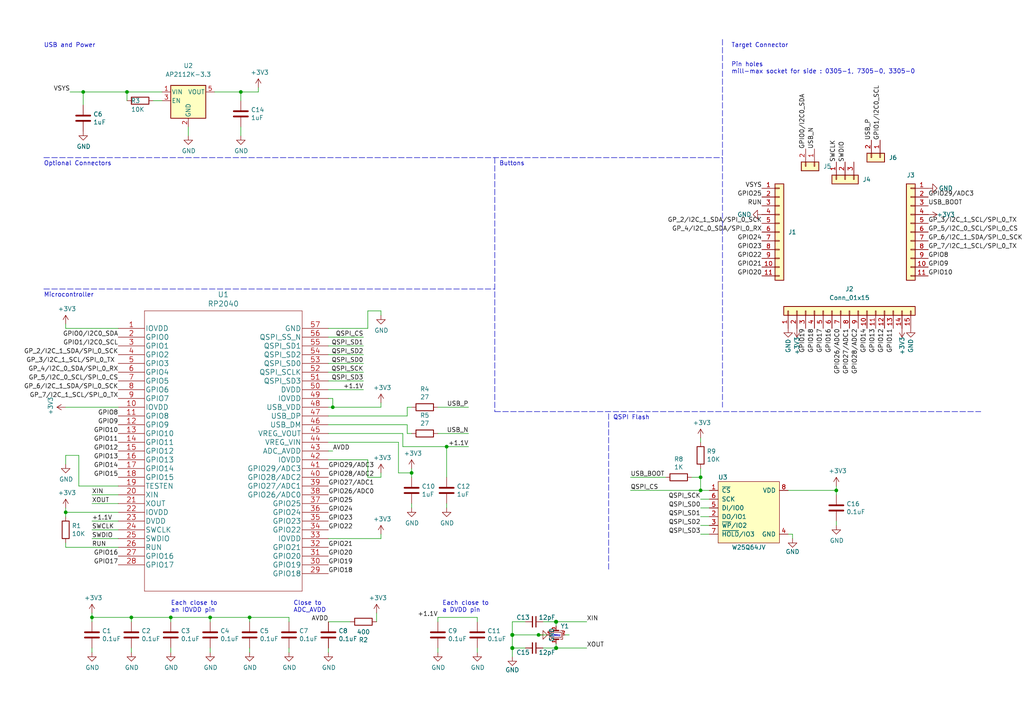
<source format=kicad_sch>
(kicad_sch (version 20211123) (generator eeschema)
  (paper "A4")
  (title_block (title "RP2040 Controller") (date "2023-04-03") (rev "v01") (comment 1 "Forked from http://github.com/ShawnHymel/rpi-pico-debugger-shoe") (comment 3 "License: CC BY 4.0 https://creativecommons.org/licenses/by/4.0/") (comment 4 "Author: Daehyeok Mun"))
  (lib_symbols
    (symbol "Connector_Generic:Conn_01x02" (pin_names (offset 1.016) hide)
      (property "Reference" "J" (at 0 2.54 0))
      (property "Value" "Conn_01x02" (at 0 -5.08 0))
      (symbol "Conn_01x02_1_1"
        (rectangle (start -1.27 -2.413) (end 0 -2.667) (stroke (width 0.1524)))
        (rectangle (start -1.27 0.127) (end 0 -0.127) (stroke (width 0.1524)))
        (rectangle (start -1.27 1.27) (end 1.27 -3.81) (stroke (width 0.254)) (fill (type background)))
        (pin passive line (at -5.08 0 0) (length 3.81) (name "Pin_1") (number "1"))
        (pin passive line (at -5.08 -2.54 0) (length 3.81) (name "Pin_2") (number "2"))
      )
    )
    (symbol "Connector_Generic:Conn_01x03" (pin_names (offset 1.016) hide)
      (property "Reference" "J" (at 0 5.08 0))
      (property "Value" "Conn_01x03" (at 0 -5.08 0))
      (symbol "Conn_01x03_1_1"
        (rectangle (start -1.27 -2.413) (end 0 -2.667) (stroke (width 0.1524)))
        (rectangle (start -1.27 0.127) (end 0 -0.127) (stroke (width 0.1524)))
        (rectangle (start -1.27 2.667) (end 0 2.413) (stroke (width 0.1524)))
        (rectangle (start -1.27 3.81) (end 1.27 -3.81) (stroke (width 0.254)) (fill (type background)))
        (pin passive line (at -5.08 2.54 0) (length 3.81) (name "Pin_1") (number "1"))
        (pin passive line (at -5.08 0 0) (length 3.81) (name "Pin_2") (number "2"))
        (pin passive line (at -5.08 -2.54 0) (length 3.81) (name "Pin_3") (number "3"))
      )
    )
    (symbol "Connector_Generic:Conn_01x11" (pin_names (offset 1.016) hide)
      (property "Reference" "J" (at 0 15.24 0))
      (property "Value" "Conn_01x11" (at 0 -15.24 0))
      (symbol "Conn_01x11_1_1"
        (rectangle (start -1.27 -12.573) (end 0 -12.827) (stroke (width 0.1524)))
        (rectangle (start -1.27 -10.033) (end 0 -10.287) (stroke (width 0.1524)))
        (rectangle (start -1.27 -7.493) (end 0 -7.747) (stroke (width 0.1524)))
        (rectangle (start -1.27 -4.953) (end 0 -5.207) (stroke (width 0.1524)))
        (rectangle (start -1.27 -2.413) (end 0 -2.667) (stroke (width 0.1524)))
        (rectangle (start -1.27 0.127) (end 0 -0.127) (stroke (width 0.1524)))
        (rectangle (start -1.27 2.667) (end 0 2.413) (stroke (width 0.1524)))
        (rectangle (start -1.27 5.207) (end 0 4.953) (stroke (width 0.1524)))
        (rectangle (start -1.27 7.747) (end 0 7.493) (stroke (width 0.1524)))
        (rectangle (start -1.27 10.287) (end 0 10.033) (stroke (width 0.1524)))
        (rectangle (start -1.27 12.827) (end 0 12.573) (stroke (width 0.1524)))
        (rectangle (start -1.27 13.97) (end 1.27 -13.97) (stroke (width 0.254)) (fill (type background)))
        (pin passive line (at -5.08 12.7 0) (length 3.81) (name "Pin_1") (number "1"))
        (pin passive line (at -5.08 -10.16 0) (length 3.81) (name "Pin_10") (number "10"))
        (pin passive line (at -5.08 -12.7 0) (length 3.81) (name "Pin_11") (number "11"))
        (pin passive line (at -5.08 10.16 0) (length 3.81) (name "Pin_2") (number "2"))
        (pin passive line (at -5.08 7.62 0) (length 3.81) (name "Pin_3") (number "3"))
        (pin passive line (at -5.08 5.08 0) (length 3.81) (name "Pin_4") (number "4"))
        (pin passive line (at -5.08 2.54 0) (length 3.81) (name "Pin_5") (number "5"))
        (pin passive line (at -5.08 0 0) (length 3.81) (name "Pin_6") (number "6"))
        (pin passive line (at -5.08 -2.54 0) (length 3.81) (name "Pin_7") (number "7"))
        (pin passive line (at -5.08 -5.08 0) (length 3.81) (name "Pin_8") (number "8"))
        (pin passive line (at -5.08 -7.62 0) (length 3.81) (name "Pin_9") (number "9"))
      )
    )
    (symbol "Connector_Generic:Conn_01x15" (pin_names (offset 1.016) hide)
      (property "Reference" "J" (at 0 20.32 0))
      (property "Value" "Conn_01x15" (at 0 -20.32 0))
      (symbol "Conn_01x15_1_1"
        (rectangle (start -1.27 -17.653) (end 0 -17.907) (stroke (width 0.1524)))
        (rectangle (start -1.27 -15.113) (end 0 -15.367) (stroke (width 0.1524)))
        (rectangle (start -1.27 -12.573) (end 0 -12.827) (stroke (width 0.1524)))
        (rectangle (start -1.27 -10.033) (end 0 -10.287) (stroke (width 0.1524)))
        (rectangle (start -1.27 -7.493) (end 0 -7.747) (stroke (width 0.1524)))
        (rectangle (start -1.27 -4.953) (end 0 -5.207) (stroke (width 0.1524)))
        (rectangle (start -1.27 -2.413) (end 0 -2.667) (stroke (width 0.1524)))
        (rectangle (start -1.27 0.127) (end 0 -0.127) (stroke (width 0.1524)))
        (rectangle (start -1.27 2.667) (end 0 2.413) (stroke (width 0.1524)))
        (rectangle (start -1.27 5.207) (end 0 4.953) (stroke (width 0.1524)))
        (rectangle (start -1.27 7.747) (end 0 7.493) (stroke (width 0.1524)))
        (rectangle (start -1.27 10.287) (end 0 10.033) (stroke (width 0.1524)))
        (rectangle (start -1.27 12.827) (end 0 12.573) (stroke (width 0.1524)))
        (rectangle (start -1.27 15.367) (end 0 15.113) (stroke (width 0.1524)))
        (rectangle (start -1.27 17.907) (end 0 17.653) (stroke (width 0.1524)))
        (rectangle (start -1.27 19.05) (end 1.27 -19.05) (stroke (width 0.254)) (fill (type background)))
        (pin passive line (at -5.08 17.78 0) (length 3.81) (name "Pin_1") (number "1"))
        (pin passive line (at -5.08 -5.08 0) (length 3.81) (name "Pin_10") (number "10"))
        (pin passive line (at -5.08 -7.62 0) (length 3.81) (name "Pin_11") (number "11"))
        (pin passive line (at -5.08 -10.16 0) (length 3.81) (name "Pin_12") (number "12"))
        (pin passive line (at -5.08 -12.7 0) (length 3.81) (name "Pin_13") (number "13"))
        (pin passive line (at -5.08 -15.24 0) (length 3.81) (name "Pin_14") (number "14"))
        (pin passive line (at -5.08 -17.78 0) (length 3.81) (name "Pin_15") (number "15"))
        (pin passive line (at -5.08 15.24 0) (length 3.81) (name "Pin_2") (number "2"))
        (pin passive line (at -5.08 12.7 0) (length 3.81) (name "Pin_3") (number "3"))
        (pin passive line (at -5.08 10.16 0) (length 3.81) (name "Pin_4") (number "4"))
        (pin passive line (at -5.08 7.62 0) (length 3.81) (name "Pin_5") (number "5"))
        (pin passive line (at -5.08 5.08 0) (length 3.81) (name "Pin_6") (number "6"))
        (pin passive line (at -5.08 2.54 0) (length 3.81) (name "Pin_7") (number "7"))
        (pin passive line (at -5.08 0 0) (length 3.81) (name "Pin_8") (number "8"))
        (pin passive line (at -5.08 -2.54 0) (length 3.81) (name "Pin_9") (number "9"))
      )
    )
    (symbol "Device:C" (pin_numbers hide) (pin_names (offset 0.254))
      (property "Reference" "C" (at 0.635 2.54 0))
      (property "Value" "C" (at 0.635 -2.54 0))
      (symbol "C_0_1"
        (polyline (pts (xy -2.032 -0.762) (xy 2.032 -0.762)) (stroke (width 0.508)))
        (polyline (pts (xy -2.032 0.762) (xy 2.032 0.762)) (stroke (width 0.508)))
      )
      (symbol "C_1_1"
        (pin passive line (at 0 3.81 270) (length 2.794) (name "~") (number "1"))
        (pin passive line (at 0 -3.81 90) (length 2.794) (name "~") (number "2"))
      )
    )
    (symbol "Device:C_Small" (pin_numbers hide) (pin_names (offset 0.254) hide)
      (property "Reference" "C" (at 0.254 1.778 0))
      (property "Value" "C_Small" (at 0.254 -2.032 0))
      (symbol "C_Small_0_1"
        (polyline (pts (xy -1.524 -0.508) (xy 1.524 -0.508)) (stroke (width 0.3302)))
        (polyline (pts (xy -1.524 0.508) (xy 1.524 0.508)) (stroke (width 0.3048)))
      )
      (symbol "C_Small_1_1"
        (pin passive line (at 0 2.54 270) (length 2.032) (name "~") (number "1"))
        (pin passive line (at 0 -2.54 90) (length 2.032) (name "~") (number "2"))
      )
    )
    (symbol "Device:Crystal_GND24_Small" (pin_names (offset 1.016) hide)
      (property "Reference" "Y" (at 1.27 4.445 0))
      (property "Value" "Crystal_GND24_Small" (at 1.27 2.54 0))
      (symbol "Crystal_GND24_Small_0_1"
        (rectangle (start -0.762 -1.524) (end 0.762 1.524))
        (polyline (pts (xy -1.27 -0.762) (xy -1.27 0.762)) (stroke (width 0.381)))
        (polyline (pts (xy 1.27 -0.762) (xy 1.27 0.762)) (stroke (width 0.381)))
        (polyline (pts (xy -1.27 -1.27) (xy -1.27 -1.905) (xy 1.27 -1.905) (xy 1.27 -1.27)))
        (polyline (pts (xy -1.27 1.27) (xy -1.27 1.905) (xy 1.27 1.905) (xy 1.27 1.27)))
      )
      (symbol "Crystal_GND24_Small_1_1"
        (pin passive line (at -2.54 0 0) (length 1.27) (name "1") (number "1"))
        (pin passive line (at 0 -2.54 90) (length 0.635) (name "2") (number "2"))
        (pin passive line (at 2.54 0 180) (length 1.27) (name "3") (number "3"))
        (pin passive line (at 0 2.54 270) (length 0.635) (name "4") (number "4"))
      )
    )
    (symbol "Device:R" (pin_numbers hide) (pin_names (offset 0))
      (property "Reference" "R" (at 2.032 0 90))
      (property "Value" "R" (at 0 0 90))
      (symbol "R_0_1"
        (rectangle (start -1.016 -2.54) (end 1.016 2.54) (stroke (width 0.254)))
      )
      (symbol "R_1_1"
        (pin passive line (at 0 3.81 270) (length 1.27) (name "~") (number "1"))
        (pin passive line (at 0 -3.81 90) (length 1.27) (name "~") (number "2"))
      )
    )
    (symbol "Memory_Flash_Extra:W25Q64JV" (pin_names (offset 1.016))
      (property "Reference" "U" (at 8.89 10.16 0))
      (property "Value" "W25Q64JV" (at 0 -10.16 0))
      (symbol "W25Q64JV_0_1"
        (rectangle (start -8.89 8.89) (end 8.89 -8.89) (fill (type background)))
      )
      (symbol "W25Q64JV_1_1"
        (pin input line (at 11.43 6.35 180) (length 2.54) (name "~{CS}") (number "1"))
        (pin bidirectional line (at 11.43 -1.27 180) (length 2.54) (name "DO/IO1") (number "2"))
        (pin bidirectional line (at 11.43 -3.81 180) (length 2.54) (name "~{WP}/IO2") (number "3"))
        (pin power_in line (at -11.43 -6.35 0) (length 2.54) (name "GND") (number "4"))
        (pin bidirectional line (at 11.43 1.27 180) (length 2.54) (name "DI/IO0") (number "5"))
        (pin input line (at 11.43 3.81 180) (length 2.54) (name "SCK") (number "6"))
        (pin bidirectional line (at 11.43 -6.35 180) (length 2.54) (name "~{HOLD}/IO3") (number "7"))
        (pin power_in line (at -11.43 6.35 0) (length 2.54) (name "VDD") (number "8"))
        (pin passive line (at -11.43 -6.35 0) (length 2.54) hide (name "GND") (number "9"))
      )
    )
    (symbol "Regulator_Linear:AP2112K-3.3" (pin_names (offset 0.254))
      (property "Reference" "U" (at -5.08 5.715 0))
      (property "Value" "AP2112K-3.3" (at 0 5.715 0))
      (symbol "AP2112K-3.3_0_1"
        (rectangle (start -5.08 4.445) (end 5.08 -5.08) (stroke (width 0.254)) (fill (type background)))
      )
      (symbol "AP2112K-3.3_1_1"
        (pin power_in line (at -7.62 2.54 0) (length 2.54) (name "VIN") (number "1"))
        (pin power_in line (at 0 -7.62 90) (length 2.54) (name "GND") (number "2"))
        (pin input line (at -7.62 0 0) (length 2.54) (name "EN") (number "3"))
        (pin no_connect line (at 5.08 0 180) (length 2.54) hide (name "NC") (number "4"))
        (pin power_out line (at 7.62 2.54 180) (length 2.54) (name "VOUT") (number "5"))
      )
    )
    (symbol "ec_parts:rp2040_controller" (pin_names (offset 1.016) hide)
      (property "Reference" "J3" (at 1.27 -26.67 90))
      (property "Value" "rp2040_controller" (at 1.27 -29.21 90))
      (symbol "rp2040_controller_1_1"
        (polyline (pts (xy -20.32 -20.32) (xy 22.86 -20.32)) (stroke (width 0.127)))
        (polyline (pts (xy -20.32 17.78) (xy -20.32 -20.32)) (stroke (width 0.127)))
        (polyline (pts (xy 22.86 -20.32) (xy 22.86 17.78)) (stroke (width 0.127)))
        (polyline (pts (xy 22.86 17.78) (xy -20.32 17.78)) (stroke (width 0.127)))
        (pin power_in line (at -27.94 11.43 0) (length 7.62) (name "IOVDD") (number "1"))
        (pin power_in line (at -27.94 -11.43 0) (length 7.62) (name "IOVDD") (number "10"))
        (pin bidirectional line (at -27.94 -13.97 0) (length 7.62) (name "GPIO8") (number "11"))
        (pin bidirectional line (at -16.51 -27.94 90) (length 7.62) (name "GPIO9") (number "12"))
        (pin bidirectional line (at -13.97 -27.94 90) (length 7.62) (name "GPIO10") (number "13"))
        (pin bidirectional line (at -11.43 -27.94 90) (length 7.62) (name "GPIO11") (number "14"))
        (pin bidirectional line (at -8.89 -27.94 90) (length 7.62) (name "GPIO12") (number "15"))
        (pin bidirectional line (at -6.35 -27.94 90) (length 7.62) (name "GPIO13") (number "16"))
        (pin bidirectional line (at -4.3137 -27.9575 90) (length 7.62) (name "GPIO14") (number "17"))
        (pin bidirectional line (at -1.7737 -27.9575 90) (length 7.62) (name "GPIO15") (number "18"))
        (pin unspecified line (at 0.7663 -27.9575 90) (length 7.62) (name "TESTEN") (number "19"))
        (pin bidirectional line (at -27.94 8.89 0) (length 7.62) (name "GPIO0") (number "2"))
        (pin unspecified line (at 3.3063 -27.9575 90) (length 7.62) (name "XIN") (number "20"))
        (pin output line (at 5.8463 -27.9575 90) (length 7.62) (name "XOUT") (number "21"))
        (pin power_in line (at 8.3863 -27.9575 90) (length 7.62) (name "IOVDD") (number "22"))
        (pin power_in line (at 10.9263 -27.9575 90) (length 7.62) (name "DVDD") (number "23"))
        (pin unspecified line (at 13.4663 -27.9575 90) (length 7.62) (name "SWCLK") (number "24"))
        (pin unspecified line (at 16.0063 -27.9575 90) (length 7.62) (name "SWDIO") (number "25"))
        (pin unspecified line (at 18.5463 -27.9575 90) (length 7.62) (name "RUN") (number "26"))
        (pin bidirectional line (at 30.48 -13.97 180) (length 7.62) (name "GPIO16") (number "27"))
        (pin bidirectional line (at 30.48 -11.43 180) (length 7.62) (name "GPIO17") (number "28"))
        (pin bidirectional line (at 30.48 -8.89 180) (length 7.62) (name "GPIO18") (number "29"))
        (pin bidirectional line (at -27.94 6.35 0) (length 7.62) (name "GPIO1") (number "3"))
        (pin bidirectional line (at 30.48 -6.35 180) (length 7.62) (name "GPIO19") (number "30"))
        (pin bidirectional line (at 30.48 -3.81 180) (length 7.62) (name "GPIO20") (number "31"))
        (pin bidirectional line (at 30.48 -1.27 180) (length 7.62) (name "GPIO21") (number "32"))
        (pin power_in line (at 30.48 1.27 180) (length 7.62) (name "IOVDD") (number "33"))
        (pin bidirectional line (at 30.48 3.81 180) (length 7.62) (name "GPIO22") (number "34"))
        (pin bidirectional line (at 30.48 6.35 180) (length 7.62) (name "GPIO23") (number "35"))
        (pin bidirectional line (at 30.48 8.89 180) (length 7.62) (name "GPIO24") (number "36"))
        (pin bidirectional line (at 30.48 11.43 180) (length 7.62) (name "GPIO25") (number "37"))
        (pin bidirectional line (at 19.05 25.4 270) (length 7.62) (name "GPIO26/ADC0") (number "38"))
        (pin bidirectional line (at 16.51 25.4 270) (length 7.62) (name "GPIO27/ADC1") (number "39"))
        (pin bidirectional line (at -27.94 3.81 0) (length 7.62) (name "GPIO2") (number "4"))
        (pin bidirectional line (at -8.89 25.4 270) (length 7.62) (name "GPIO28/ADC2") (number "40"))
        (pin bidirectional line (at -11.43 25.4 270) (length 7.62) (name "GPIO29/ADC3") (number "41"))
        (pin bidirectional line (at -27.94 1.27 0) (length 7.62) (name "GPIO3") (number "5"))
        (pin bidirectional line (at -27.94 -1.27 0) (length 7.62) (name "GPIO4") (number "6"))
        (pin bidirectional line (at -27.94 -3.81 0) (length 7.62) (name "GPIO5") (number "7"))
        (pin bidirectional line (at -27.94 -6.35 0) (length 7.62) (name "GPIO6") (number "8"))
        (pin bidirectional line (at -27.94 -8.89 0) (length 7.62) (name "GPIO7") (number "9"))
        (pin bidirectional line (at -1.27 25.4 270) (length 7.62) (name "SWC") (number "SWC"))
        (pin bidirectional line (at 1.27 25.4 270) (length 7.62) (name "SWDIO") (number "SWDIO"))
      )
    )
    (symbol "power:+3.3V" (power) (pin_names (offset 0))
      (property "Value" "+3.3V" (at 0 3.556 0))
      (symbol "+3.3V_0_1"
        (polyline (pts (xy -0.762 1.27) (xy 0 2.54)))
        (polyline (pts (xy 0 0) (xy 0 2.54)))
        (polyline (pts (xy 0 2.54) (xy 0.762 1.27)))
      )
      (symbol "+3.3V_1_1"
        (pin power_in line (at 0 0 90) (length 0) hide (name "+3V3") (number "1"))
      )
    )
    (symbol "power:GND" (power) (pin_names (offset 0))
      (property "Value" "GND" (at 0 -3.81 0))
      (symbol "GND_0_1"
        (polyline (pts (xy 0 0) (xy 0 -1.27) (xy 1.27 -1.27) (xy 0 -2.54) (xy -1.27 -1.27) (xy 0 -1.27)))
      )
      (symbol "GND_1_1"
        (pin power_in line (at 0 0 270) (length 0) hide (name "GND") (number "1"))
      )
    )
    (symbol "rpi-pico-debugger-shoe-rescue:RP2040-2021-05-11_23-45-12" (pin_names (offset 0.254))
      (property "Reference" "U" (at 30.48 10.16 0))
      (property "Value" "RP2040-2021-05-11_23-45-12" (at 30.48 7.62 0))
      (symbol "RP2040-2021-05-11_23-45-12_1_1"
        (polyline (pts (xy 7.62 -76.2) (xy 53.34 -76.2)) (stroke (width 0.127)))
        (polyline (pts (xy 7.62 5.08) (xy 7.62 -76.2)) (stroke (width 0.127)))
        (polyline (pts (xy 53.34 -76.2) (xy 53.34 5.08)) (stroke (width 0.127)))
        (polyline (pts (xy 53.34 5.08) (xy 7.62 5.08)) (stroke (width 0.127)))
        (pin power_in line (at 0 0 0) (length 7.62) (name "IOVDD") (number "1"))
        (pin power_in line (at 0 -22.86 0) (length 7.62) (name "IOVDD") (number "10"))
        (pin bidirectional line (at 0 -25.4 0) (length 7.62) (name "GPIO8") (number "11"))
        (pin bidirectional line (at 0 -27.94 0) (length 7.62) (name "GPIO9") (number "12"))
        (pin bidirectional line (at 0 -30.48 0) (length 7.62) (name "GPIO10") (number "13"))
        (pin bidirectional line (at 0 -33.02 0) (length 7.62) (name "GPIO11") (number "14"))
        (pin bidirectional line (at 0 -35.56 0) (length 7.62) (name "GPIO12") (number "15"))
        (pin bidirectional line (at 0 -38.1 0) (length 7.62) (name "GPIO13") (number "16"))
        (pin bidirectional line (at 0 -40.64 0) (length 7.62) (name "GPIO14") (number "17"))
        (pin bidirectional line (at 0 -43.18 0) (length 7.62) (name "GPIO15") (number "18"))
        (pin unspecified line (at 0 -45.72 0) (length 7.62) (name "TESTEN") (number "19"))
        (pin bidirectional line (at 0 -2.54 0) (length 7.62) (name "GPIO0") (number "2"))
        (pin unspecified line (at 0 -48.26 0) (length 7.62) (name "XIN") (number "20"))
        (pin output line (at 0 -50.8 0) (length 7.62) (name "XOUT") (number "21"))
        (pin power_in line (at 0 -53.34 0) (length 7.62) (name "IOVDD") (number "22"))
        (pin power_in line (at 0 -55.88 0) (length 7.62) (name "DVDD") (number "23"))
        (pin unspecified line (at 0 -58.42 0) (length 7.62) (name "SWCLK") (number "24"))
        (pin unspecified line (at 0 -60.96 0) (length 7.62) (name "SWDIO") (number "25"))
        (pin unspecified line (at 0 -63.5 0) (length 7.62) (name "RUN") (number "26"))
        (pin bidirectional line (at 0 -66.04 0) (length 7.62) (name "GPIO16") (number "27"))
        (pin bidirectional line (at 0 -68.58 0) (length 7.62) (name "GPIO17") (number "28"))
        (pin bidirectional line (at 60.96 -71.12 180) (length 7.62) (name "GPIO18") (number "29"))
        (pin bidirectional line (at 0 -5.08 0) (length 7.62) (name "GPIO1") (number "3"))
        (pin bidirectional line (at 60.96 -68.58 180) (length 7.62) (name "GPIO19") (number "30"))
        (pin bidirectional line (at 60.96 -66.04 180) (length 7.62) (name "GPIO20") (number "31"))
        (pin bidirectional line (at 60.96 -63.5 180) (length 7.62) (name "GPIO21") (number "32"))
        (pin power_in line (at 60.96 -60.96 180) (length 7.62) (name "IOVDD") (number "33"))
        (pin bidirectional line (at 60.96 -58.42 180) (length 7.62) (name "GPIO22") (number "34"))
        (pin bidirectional line (at 60.96 -55.88 180) (length 7.62) (name "GPIO23") (number "35"))
        (pin bidirectional line (at 60.96 -53.34 180) (length 7.62) (name "GPIO24") (number "36"))
        (pin bidirectional line (at 60.96 -50.8 180) (length 7.62) (name "GPIO25") (number "37"))
        (pin bidirectional line (at 60.96 -48.26 180) (length 7.62) (name "GPIO26/ADC0") (number "38"))
        (pin bidirectional line (at 60.96 -45.72 180) (length 7.62) (name "GPIO27/ADC1") (number "39"))
        (pin bidirectional line (at 0 -7.62 0) (length 7.62) (name "GPIO2") (number "4"))
        (pin bidirectional line (at 60.96 -43.18 180) (length 7.62) (name "GPIO28/ADC2") (number "40"))
        (pin bidirectional line (at 60.96 -40.64 180) (length 7.62) (name "GPIO29/ADC3") (number "41"))
        (pin power_in line (at 60.96 -38.1 180) (length 7.62) (name "IOVDD") (number "42"))
        (pin power_in line (at 60.96 -35.56 180) (length 7.62) (name "ADC_AVDD") (number "43"))
        (pin unspecified line (at 60.96 -33.02 180) (length 7.62) (name "VREG_VIN") (number "44"))
        (pin output line (at 60.96 -30.48 180) (length 7.62) (name "VREG_VOUT") (number "45"))
        (pin unspecified line (at 60.96 -27.94 180) (length 7.62) (name "USB_DM") (number "46"))
        (pin unspecified line (at 60.96 -25.4 180) (length 7.62) (name "USB_DP") (number "47"))
        (pin power_in line (at 60.96 -22.86 180) (length 7.62) (name "USB_VDD") (number "48"))
        (pin power_in line (at 60.96 -20.32 180) (length 7.62) (name "IOVDD") (number "49"))
        (pin bidirectional line (at 0 -10.16 0) (length 7.62) (name "GPIO3") (number "5"))
        (pin power_in line (at 60.96 -17.78 180) (length 7.62) (name "DVDD") (number "50"))
        (pin bidirectional line (at 60.96 -15.24 180) (length 7.62) (name "QSPI_SD3") (number "51"))
        (pin unspecified line (at 60.96 -12.7 180) (length 7.62) (name "QSPI_SCLK") (number "52"))
        (pin bidirectional line (at 60.96 -10.16 180) (length 7.62) (name "QSPI_SD0") (number "53"))
        (pin bidirectional line (at 60.96 -7.62 180) (length 7.62) (name "QSPI_SD2") (number "54"))
        (pin bidirectional line (at 60.96 -5.08 180) (length 7.62) (name "QSPI_SD1") (number "55"))
        (pin unspecified line (at 60.96 -2.54 180) (length 7.62) (name "QSPI_SS_N") (number "56"))
        (pin power_in line (at 60.96 0 180) (length 7.62) (name "GND") (number "57"))
        (pin bidirectional line (at 0 -12.7 0) (length 7.62) (name "GPIO4") (number "6"))
        (pin bidirectional line (at 0 -15.24 0) (length 7.62) (name "GPIO5") (number "7"))
        (pin bidirectional line (at 0 -17.78 0) (length 7.62) (name "GPIO6") (number "8"))
        (pin bidirectional line (at 0 -20.32 0) (length 7.62) (name "GPIO7") (number "9"))
      )
    )
  )
  (junction (at 38.1 179.07))
  (junction (at 156.21 184.15))
  (junction (at 119.38 137.16))
  (junction (at 72.39 179.07))
  (junction (at 161.29 187.96) (diameter 1.016))
  (junction (at 203.2 142.24))
  (junction (at 49.53 179.07))
  (junction (at 26.67 179.07))
  (junction (at 129.54 129.54))
  (junction (at 19.05 148.59))
  (junction (at 161.29 180.34) (diameter 1.016))
  (junction (at 203.2 138.43))
  (junction (at 242.57 142.24))
  (junction (at 36.83 26.67))
  (junction (at 96.52 118.11))
  (junction (at 148.59 184.15) (diameter 1.016))
  (junction (at 24.13 26.67))
  (junction (at 60.96 179.07))
  (junction (at 148.59 187.96) (diameter 1.016))
  (junction (at 69.85 26.67))
  (wire (pts (xy 19.05 147.32) (xy 19.05 148.59)))
  (wire (pts (xy 83.82 187.96) (xy 83.82 189.23)))
  (wire (pts (xy 203.2 138.43) (xy 203.2 135.89)))
  (wire (pts (xy 242.57 151.13) (xy 242.57 152.4)))
  (wire (pts (xy 49.53 179.07) (xy 38.1 179.07)))
  (wire (pts (xy 60.96 179.07) (xy 49.53 179.07)))
  (wire (pts (xy 49.53 180.34) (xy 49.53 179.07)))
  (wire (pts (xy 118.11 125.73) (xy 119.38 125.73)))
  (wire (pts (xy 106.68 138.43) (xy 110.49 138.43)))
  (wire (pts (xy 95.25 120.65) (xy 118.11 120.65)))
  (wire (pts (xy 148.59 187.96) (xy 148.59 190.5)))
  (wire (pts (xy 95.25 100.33) (xy 105.41 100.33)))
  (wire (pts (xy 95.25 113.03) (xy 105.41 113.03)))
  (wire (pts (xy 205.74 152.4) (xy 203.2 152.4)))
  (wire (pts (xy 34.29 151.13) (xy 26.67 151.13)))
  (wire (pts (xy 24.13 26.67) (xy 24.13 30.48)))
  (wire (pts (xy 242.57 140.97) (xy 242.57 142.24)))
  (wire (pts (xy 129.54 138.43) (xy 129.54 129.54)))
  (wire (pts (xy 19.05 118.11) (xy 34.29 118.11)))
  (wire (pts (xy 242.57 142.24) (xy 242.57 143.51)))
  (wire (pts (xy 106.68 95.25) (xy 106.68 90.17)))
  (wire (pts (xy 228.6 142.24) (xy 242.57 142.24)))
  (wire (pts (xy 34.29 156.21) (xy 26.67 156.21)))
  (wire (pts (xy 83.82 180.34) (xy 83.82 179.07)))
  (wire (pts (xy 36.83 26.67) (xy 46.99 26.67)))
  (wire (pts (xy 54.61 39.37) (xy 54.61 36.83)))
  (wire (pts (xy 205.74 149.86) (xy 203.2 149.86)))
  (wire (pts (xy 200.66 138.43) (xy 203.2 138.43)))
  (wire (pts (xy 148.59 180.34) (xy 152.4 180.34)))
  (wire (pts (xy 106.68 133.35) (xy 106.68 138.43)))
  (wire (pts (xy 95.25 102.87) (xy 105.41 102.87)))
  (wire (pts (xy 34.29 143.51) (xy 26.67 143.51)))
  (wire (pts (xy 203.2 142.24) (xy 203.2 138.43)))
  (wire (pts (xy 72.39 187.96) (xy 72.39 189.23)))
  (polyline (pts (xy 12.7 83.82) (xy 143.51 83.82)))
  (wire (pts (xy 95.25 115.57) (xy 96.52 115.57)))
  (wire (pts (xy 161.29 187.96) (xy 170.18 187.96)))
  (wire (pts (xy 228.6 154.94) (xy 229.87 154.94)))
  (wire (pts (xy 161.29 180.34) (xy 161.29 181.61)))
  (wire (pts (xy 110.49 90.17) (xy 110.49 91.44)))
  (wire (pts (xy 118.11 120.65) (xy 118.11 118.11)))
  (wire (pts (xy 69.85 26.67) (xy 69.85 29.21)))
  (wire (pts (xy 26.67 187.96) (xy 26.67 189.23)))
  (wire (pts (xy 96.52 118.11) (xy 110.49 118.11)))
  (wire (pts (xy 95.25 130.81) (xy 96.52 130.81)))
  (wire (pts (xy 205.74 154.94) (xy 203.2 154.94)))
  (wire (pts (xy 34.29 140.97) (xy 22.86 140.97)))
  (wire (pts (xy 205.74 142.24) (xy 203.2 142.24)))
  (wire (pts (xy 95.25 187.96) (xy 95.25 189.23)))
  (wire (pts (xy 34.29 153.67) (xy 26.67 153.67)))
  (wire (pts (xy 203.2 127) (xy 203.2 128.27)))
  (wire (pts (xy 119.38 137.16) (xy 119.38 135.89)))
  (wire (pts (xy 118.11 118.11) (xy 119.38 118.11)))
  (wire (pts (xy 116.84 125.73) (xy 116.84 129.54)))
  (wire (pts (xy 62.23 26.67) (xy 69.85 26.67)))
  (wire (pts (xy 72.39 180.34) (xy 72.39 179.07)))
  (polyline (pts (xy 176.53 165.1) (xy 176.53 119.38)))
  (wire (pts (xy 60.96 180.34) (xy 60.96 179.07)))
  (wire (pts (xy 72.39 179.07) (xy 60.96 179.07)))
  (wire (pts (xy 157.48 180.34) (xy 161.29 180.34)))
  (wire (pts (xy 138.43 187.96) (xy 138.43 189.23)))
  (wire (pts (xy 148.59 184.15) (xy 148.59 187.96)))
  (wire (pts (xy 95.25 125.73) (xy 116.84 125.73)))
  (wire (pts (xy 101.6 180.34) (xy 95.25 180.34)))
  (wire (pts (xy 95.25 118.11) (xy 96.52 118.11)))
  (wire (pts (xy 49.53 187.96) (xy 49.53 189.23)))
  (wire (pts (xy 158.75 184.15) (xy 156.21 184.15)))
  (polyline (pts (xy 209.55 11.43) (xy 209.55 118.11)))
  (wire (pts (xy 193.04 138.43) (xy 182.88 138.43)))
  (wire (pts (xy 115.57 137.16) (xy 119.38 137.16)))
  (wire (pts (xy 69.85 36.83) (xy 69.85 39.37)))
  (wire (pts (xy 95.25 110.49) (xy 105.41 110.49)))
  (polyline (pts (xy 143.51 45.72) (xy 143.51 119.38)))
  (wire (pts (xy 205.74 147.32) (xy 203.2 147.32)))
  (wire (pts (xy 19.05 95.25) (xy 19.05 93.98)))
  (wire (pts (xy 19.05 158.75) (xy 34.29 158.75)))
  (wire (pts (xy 110.49 156.21) (xy 110.49 154.94)))
  (wire (pts (xy 148.59 180.34) (xy 148.59 184.15)))
  (wire (pts (xy 138.43 179.07) (xy 127 179.07)))
  (wire (pts (xy 109.22 177.8) (xy 109.22 180.34)))
  (wire (pts (xy 229.87 154.94) (xy 229.87 156.21)))
  (wire (pts (xy 22.86 140.97) (xy 22.86 132.08)))
  (wire (pts (xy 119.38 146.05) (xy 119.38 147.32)))
  (wire (pts (xy 36.83 26.67) (xy 36.83 29.21)))
  (wire (pts (xy 38.1 180.34) (xy 38.1 179.07)))
  (wire (pts (xy 38.1 187.96) (xy 38.1 189.23)))
  (wire (pts (xy 95.25 95.25) (xy 106.68 95.25)))
  (polyline (pts (xy 143.51 119.38) (xy 284.48 119.38)))
  (wire (pts (xy 182.88 142.24) (xy 203.2 142.24)))
  (wire (pts (xy 129.54 129.54) (xy 135.89 129.54)))
  (wire (pts (xy 83.82 179.07) (xy 72.39 179.07)))
  (wire (pts (xy 127 180.34) (xy 127 179.07)))
  (wire (pts (xy 34.29 146.05) (xy 26.67 146.05)))
  (wire (pts (xy 22.86 132.08) (xy 19.05 132.08)))
  (wire (pts (xy 115.57 128.27) (xy 115.57 137.16)))
  (wire (pts (xy 129.54 146.05) (xy 129.54 147.32)))
  (wire (pts (xy 95.25 105.41) (xy 105.41 105.41)))
  (wire (pts (xy 95.25 156.21) (xy 110.49 156.21)))
  (wire (pts (xy 138.43 180.34) (xy 138.43 179.07)))
  (wire (pts (xy 24.13 26.67) (xy 36.83 26.67)))
  (wire (pts (xy 118.11 123.19) (xy 118.11 125.73)))
  (wire (pts (xy 95.25 123.19) (xy 118.11 123.19)))
  (wire (pts (xy 95.25 128.27) (xy 115.57 128.27)))
  (wire (pts (xy 20.32 26.67) (xy 24.13 26.67)))
  (wire (pts (xy 19.05 149.86) (xy 19.05 148.59)))
  (wire (pts (xy 161.29 180.34) (xy 170.18 180.34)))
  (wire (pts (xy 110.49 138.43) (xy 110.49 137.16)))
  (wire (pts (xy 69.85 26.67) (xy 74.93 26.67)))
  (wire (pts (xy 95.25 107.95) (xy 105.41 107.95)))
  (wire (pts (xy 19.05 148.59) (xy 34.29 148.59)))
  (wire (pts (xy 116.84 129.54) (xy 129.54 129.54)))
  (wire (pts (xy 106.68 90.17) (xy 110.49 90.17)))
  (wire (pts (xy 157.48 187.96) (xy 161.29 187.96)))
  (wire (pts (xy 205.74 144.78) (xy 203.2 144.78)))
  (wire (pts (xy 148.59 187.96) (xy 152.4 187.96)))
  (wire (pts (xy 95.25 133.35) (xy 106.68 133.35)))
  (wire (pts (xy 19.05 95.25) (xy 34.29 95.25)))
  (wire (pts (xy 161.29 186.69) (xy 161.29 187.96)))
  (wire (pts (xy 26.67 179.07) (xy 26.67 180.34)))
  (wire (pts (xy 110.49 118.11) (xy 110.49 116.84)))
  (polyline (pts (xy 12.7 45.72) (xy 209.55 45.72)))
  (wire (pts (xy 156.21 184.15) (xy 148.59 184.15)))
  (wire (pts (xy 95.25 97.79) (xy 105.41 97.79)))
  (wire (pts (xy 60.96 187.96) (xy 60.96 189.23)))
  (wire (pts (xy 127 118.11) (xy 135.89 118.11)))
  (wire (pts (xy 127 187.96) (xy 127 189.23)))
  (wire (pts (xy 26.67 179.07) (xy 26.67 177.8)))
  (wire (pts (xy 44.45 29.21) (xy 46.99 29.21)))
  (wire (pts (xy 38.1 179.07) (xy 26.67 179.07)))
  (wire (pts (xy 165.1 184.15) (xy 163.83 184.15)))
  (wire (pts (xy 127 125.73) (xy 135.89 125.73)))
  (wire (pts (xy 19.05 132.08) (xy 19.05 134.62)))
  (wire (pts (xy 19.05 158.75) (xy 19.05 157.48)))
  (wire (pts (xy 96.52 115.57) (xy 96.52 118.11)))
  (wire (pts (xy 119.38 137.16) (xy 119.38 138.43)))
  (wire (pts (xy 74.93 26.67) (xy 74.93 25.4)))
  (text "Pin holes\nmill-max socket for side : 0305-1, 7305-0, 3305-0\n" (at 212.09 21.59 0) (effects (font (size 1.27 1.27)) (justify left bottom)))
  (text "Optional Connectors" (at 12.7 48.26 0) (effects (font (size 1.27 1.27)) (justify left bottom)))
  (text "Each close to\na DVDD pin" (at 128.27 177.8 0) (effects (font (size 1.27 1.27)) (justify left bottom)))
  (text "Microcontroller" (at 12.7 86.36 0) (effects (font (size 1.27 1.27)) (justify left bottom)))
  (text "Target Connector" (at 212.09 13.97 0) (effects (font (size 1.27 1.27)) (justify left bottom)))
  (text "12MHz" (at 162.56 184.785 180) (effects (font (size 0.508 0.508)) (justify right bottom)))
  (text "Close to\nADC_AVDD" (at 85.09 177.8 0) (effects (font (size 1.27 1.27)) (justify left bottom)))
  (text "USB and Power" (at 12.7 13.97 0) (effects (font (size 1.27 1.27)) (justify left bottom)))
  (text "QSPI Flash" (at 177.8 121.92 0) (effects (font (size 1.27 1.27)) (justify left bottom)))
  (text "Each close to\nan IOVDD pin" (at 49.53 177.8 0) (effects (font (size 1.27 1.27)) (justify left bottom)))
  (text "Buttons" (at 144.78 48.26 0) (effects (font (size 1.27 1.27)) (justify left bottom)))
  (label "QSPI_SD0" (at 105.41 105.41 180))
  (label "RUN" (at 26.67 158.75 0))
  (label "GPIO21" (at 95.25 158.75 0))
  (label "GPIO24" (at 220.98 69.85 180))
  (label "GP_7{slash}I2C_1_SCL{slash}SPI_0_TX" (at 34.29 115.57 180))
  (label "GP_6{slash}I2C_1_SDA{slash}SPI_0_SCK" (at 269.24 69.85 0))
  (label "GPIO13" (at 34.29 133.35 180))
  (label "GPIO18" (at 236.22 95.25 270))
  (label "GPIO24" (at 95.25 148.59 0))
  (label "GP_2{slash}I2C_1_SDA{slash}SPI_0_SCK" (at 220.98 64.77 180))
  (label "GPIO21" (at 220.98 77.47 180))
  (label "GPIO10" (at 269.24 80.01 0))
  (label "USB_P" (at 135.89 118.11 180))
  (label "GPIO27{slash}ADC1" (at 246.38 95.25 270))
  (label "GPIO13" (at 254 95.25 270))
  (label "USB_BOOT" (at 269.24 59.69 0))
  (label "SWDIO" (at 245.11 46.99 90))
  (label "GPIO28{slash}ADC2" (at 248.92 95.25 270))
  (label "QSPI_SD1" (at 105.41 100.33 180))
  (label "RUN" (at 220.98 59.69 180))
  (label "GP_4{slash}I2C_0_SDA{slash}SPI_0_RX" (at 34.29 107.95 180))
  (label "SWCLK" (at 26.67 153.67 0))
  (label "QSPI_SD3" (at 105.41 110.49 180))
  (label "GPIO22" (at 220.98 74.93 180))
  (label "GP_3{slash}I2C_1_SCL{slash}SPI_0_TX " (at 269.24 64.77 0))
  (label "GPIO20" (at 220.98 80.01 180))
  (label "GPIO9" (at 34.29 123.19 180))
  (label "XIN" (at 170.18 180.34 0))
  (label "GPIO19" (at 95.25 163.83 0))
  (label "GPIO23" (at 95.25 151.13 0))
  (label "AVDD" (at 95.25 180.34 180))
  (label "USB_BOOT" (at 182.88 138.43 0))
  (label "GPIO12" (at 256.54 95.25 270))
  (label "GP_2{slash}I2C_1_SDA{slash}SPI_0_SCK" (at 34.29 102.87 180))
  (label "GPIO1{slash}I2C0_SCL" (at 34.29 100.33 180))
  (label "GPIO23" (at 220.98 72.39 180))
  (label "GPIO9" (at 269.24 77.47 0))
  (label "GPIO8" (at 269.24 74.93 0))
  (label "GPIO17" (at 238.76 95.25 270))
  (label "GP_4{slash}I2C_0_SDA{slash}SPI_0_RX" (at 220.98 67.31 180))
  (label "AVDD" (at 96.52 130.81 0))
  (label "USB_N" (at 236.22 43.18 90))
  (label "GPIO25" (at 95.25 146.05 0))
  (label "GPIO8" (at 34.29 120.65 180))
  (label "USB_P" (at 252.73 40.64 90))
  (label "GPIO29{slash}ADC3" (at 95.25 135.89 0))
  (label "GP_6{slash}I2C_1_SDA{slash}SPI_0_SCK" (at 34.29 113.03 180))
  (label "GPIO14" (at 251.46 95.25 270))
  (label "GPIO29{slash}ADC3" (at 269.24 57.15 0))
  (label "GP_5{slash}I2C_0_SCL{slash}SPI_0_CS" (at 269.24 67.31 0))
  (label "GPIO25" (at 220.98 57.15 180))
  (label "QSPI_CS" (at 105.41 97.79 180))
  (label "GPIO19" (at 233.68 95.25 270))
  (label "GPIO10" (at 34.29 125.73 180))
  (label "GPIO27{slash}ADC1" (at 95.25 140.97 0))
  (label "GPIO20" (at 95.25 161.29 0))
  (label "QSPI_SD2" (at 203.2 152.4 180))
  (label "+1.1V" (at 135.89 129.54 180))
  (label "GP_5{slash}I2C_0_SCL{slash}SPI_0_CS" (at 34.29 110.49 180))
  (label "GPIO14" (at 34.29 135.89 180))
  (label "QSPI_SCK" (at 203.2 144.78 180))
  (label "GPIO11" (at 34.29 128.27 180))
  (label "GPIO16" (at 34.29 161.29 180))
  (label "GPIO15" (at 34.29 138.43 180))
  (label "SWCLK" (at 242.57 46.99 90))
  (label "GPIO16" (at 241.3 95.25 270))
  (label "SWDIO" (at 26.67 156.21 0))
  (label "XIN" (at 26.67 143.51 0))
  (label "QSPI_SD1" (at 203.2 149.86 180))
  (label "GPIO28{slash}ADC2" (at 95.25 138.43 0))
  (label "+1.1V" (at 127 179.07 180))
  (label "GPIO26{slash}ADC0" (at 95.25 143.51 0))
  (label "QSPI_CS" (at 182.88 142.24 0))
  (label "GPIO0{slash}I2C0_SDA" (at 233.68 43.18 90))
  (label "GPIO12" (at 34.29 130.81 180))
  (label "GPIO0{slash}I2C0_SDA" (at 34.29 97.79 180))
  (label "QSPI_SD3" (at 203.2 154.94 180))
  (label "XOUT" (at 170.18 187.96 0))
  (label "VSYS" (at 220.98 54.61 180))
  (label "GP_7{slash}I2C_1_SCL{slash}SPI_0_TX" (at 269.24 72.39 0))
  (label "VSYS" (at 20.32 26.67 180))
  (label "+1.1V" (at 105.41 113.03 180))
  (label "QSPI_SD0" (at 203.2 147.32 180))
  (label "+1.1V" (at 26.67 151.13 0))
  (label "GPIO1{slash}I2C0_SCL" (at 255.27 40.64 90))
  (label "GPIO26{slash}ADC0" (at 243.84 95.25 270))
  (label "GPIO17" (at 34.29 163.83 180))
  (label "QSPI_SD2" (at 105.41 102.87 180))
  (label "GPIO18" (at 95.25 166.37 0))
  (label "GPIO11" (at 259.08 95.25 270))
  (label "GP_3{slash}I2C_1_SCL{slash}SPI_0_TX " (at 34.29 105.41 180))
  (label "USB_N" (at 135.89 125.73 180))
  (label "XOUT" (at 26.67 146.05 0))
  (label "GPIO22" (at 95.25 153.67 0))
  (label "QSPI_SCK" (at 105.41 107.95 180))
  (symbol (lib_id "rpi-pico-debugger-shoe-rescue:RP2040-2021-05-11_23-45-12") (at 34.29 95.25 0) (unit 1)
    (property "Reference" "U1" (at 64.77 85.4202 0) (effects (font (size 1.524 1.524))))
    (property "Value" "RP2040" (at 64.77 88.1126 0) (effects (font (size 1.524 1.524))))
    (property "Footprint" "rp2040:RP2040" (effects hide))
    (property "Digi-Key_PN" "TBD" (effects hide))
  )
  (symbol (lib_id "Device:R") (at 40.64 29.21 90) (unit 1)
    (property "Reference" "R3" (at 40.64 29.21 90) (effects (justify left)))
    (property "Value" "10K" (at 41.91 31.75 90) (effects (justify left)))
    (property "Footprint" "Resistor_SMD_AKL:R_0603_1608Metric_Pad0.98x0.95mm_HandSolder" (effects hide))
    (property "Digi-Key_PN" "311-10KGRCT-ND" (effects hide))
  )
  (symbol (lib_id "Device:C") (at 24.13 34.29 0) (unit 1)
    (property "Reference" "C6" (at 27.051 33.1216 0) (effects (justify left)))
    (property "Value" "1uF" (at 27.051 35.433 0) (effects (justify left)))
    (property "Footprint" "Capacitor_SMD_AKL:C_0603_1608Metric_Pad1.08x0.95mm" (effects hide))
    (property "Digi-Key_PN" "1276-6524-1-ND" (effects hide))
  )
  (symbol (lib_id "Device:C") (at 69.85 33.02 0) (unit 1)
    (property "Reference" "C14" (at 72.771 31.8516 0) (effects (justify left)))
    (property "Value" "1uF" (at 72.771 34.163 0) (effects (justify left)))
    (property "Footprint" "Capacitor_SMD_AKL:C_0603_1608Metric_Pad1.08x0.95mm" (effects hide))
    (property "Digi-Key_PN" "1276-6524-1-ND" (effects hide))
  )
  (symbol (lib_id "power:GND") (at 24.13 38.1 0) (unit 1)
    (property "Reference" "#PWR0102" (effects hide))
    (property "Value" "GND" (at 24.257 42.4942 0))
  )
  (symbol (lib_id "power:GND") (at 69.85 39.37 0) (unit 1)
    (property "Reference" "#PWR0103" (effects hide))
    (property "Value" "GND" (at 69.977 43.7642 0))
  )
  (symbol (lib_id "power:+3.3V") (at 74.93 25.4 0) (unit 1)
    (property "Reference" "#PWR0104" (effects hide))
    (property "Value" "+3.3V" (at 75.311 21.0058 0))
  )
  (symbol (lib_id "power:+3.3V") (at 19.05 93.98 0) (unit 1)
    (property "Reference" "#PWR0106" (effects hide))
    (property "Value" "+3.3V" (at 19.431 89.5858 0))
  )
  (symbol (lib_id "power:GND") (at 19.05 134.62 0) (unit 1)
    (property "Reference" "#PWR0107" (effects hide))
    (property "Value" "GND" (at 19.177 139.0142 0))
  )
  (symbol (lib_id "power:+3.3V") (at 19.05 147.32 0) (unit 1)
    (property "Reference" "#PWR0108" (effects hide))
    (property "Value" "+3.3V" (at 19.431 142.9258 0))
  )
  (symbol (lib_id "power:+3.3V") (at 19.05 118.11 90) (unit 1)
    (property "Reference" "#PWR0109" (effects hide))
    (property "Value" "+3.3V" (at 14.6558 117.729 0))
  )
  (symbol (lib_id "power:+3.3V") (at 110.49 154.94 0) (unit 1)
    (property "Reference" "#PWR0110" (effects hide))
    (property "Value" "+3.3V" (at 110.871 150.5458 0))
  )
  (symbol (lib_id "power:+3.3V") (at 110.49 137.16 0) (unit 1)
    (property "Reference" "#PWR0111" (effects hide))
    (property "Value" "+3.3V" (at 110.871 132.7658 0))
  )
  (symbol (lib_id "Device:R") (at 123.19 125.73 270) (unit 1)
    (property "Reference" "R5" (at 123.19 120.4722 90))
    (property "Value" "27" (at 123.19 122.7836 90))
    (property "Footprint" "Resistor_SMD_AKL:R_0603_1608Metric_Pad0.98x0.95mm_HandSolder" (effects hide))
    (property "Digi-Key_PN" "311-27.0HRCT-ND" (effects hide))
  )
  (symbol (lib_id "Device:R") (at 123.19 118.11 270) (unit 1)
    (property "Reference" "R4" (at 123.19 112.8522 90))
    (property "Value" "27" (at 123.19 115.1636 90))
    (property "Footprint" "Resistor_SMD_AKL:R_0603_1608Metric_Pad0.98x0.95mm_HandSolder" (effects hide))
    (property "Digi-Key_PN" "311-27.0HRCT-ND" (effects hide))
  )
  (symbol (lib_id "power:+3.3V") (at 110.49 116.84 0) (unit 1)
    (property "Reference" "#PWR0112" (effects hide))
    (property "Value" "+3.3V" (at 110.871 112.4458 0))
  )
  (symbol (lib_id "Device:C") (at 129.54 142.24 0) (unit 1)
    (property "Reference" "C12" (at 132.461 141.0716 0) (effects (justify left)))
    (property "Value" "1uF" (at 132.461 143.383 0) (effects (justify left)))
    (property "Footprint" "Capacitor_SMD_AKL:C_0603_1608Metric_Pad1.08x0.95mm" (effects hide))
    (property "Digi-Key_PN" "1276-6524-1-ND" (effects hide))
  )
  (symbol (lib_id "power:GND") (at 129.54 147.32 0) (unit 1)
    (property "Reference" "#PWR0113" (effects hide))
    (property "Value" "GND" (at 129.667 151.7142 0))
  )
  (symbol (lib_id "Device:C") (at 119.38 142.24 0) (unit 1)
    (property "Reference" "C10" (at 122.301 141.0716 0) (effects (justify left)))
    (property "Value" "1uF" (at 122.301 143.383 0) (effects (justify left)))
    (property "Footprint" "Capacitor_SMD_AKL:C_0603_1608Metric_Pad1.08x0.95mm" (effects hide))
    (property "Digi-Key_PN" "1276-6524-1-ND" (effects hide))
  )
  (symbol (lib_id "power:+3.3V") (at 119.38 135.89 0) (unit 1)
    (property "Reference" "#PWR0114" (effects hide))
    (property "Value" "+3.3V" (at 119.761 131.4958 0))
  )
  (symbol (lib_id "power:GND") (at 119.38 147.32 0) (unit 1)
    (property "Reference" "#PWR0115" (effects hide))
    (property "Value" "GND" (at 119.507 151.7142 0))
  )
  (symbol (lib_id "power:GND") (at 110.49 91.44 0) (unit 1)
    (property "Reference" "#PWR0116" (effects hide))
    (property "Value" "GND" (at 110.617 95.8342 0))
  )
  (symbol (lib_id "Device:C") (at 127 184.15 0) (unit 1)
    (property "Reference" "C9" (at 129.921 182.9816 0) (effects (justify left)))
    (property "Value" "0.1uF" (at 129.921 185.293 0) (effects (justify left)))
    (property "Footprint" "Capacitor_SMD_AKL:C_0603_1608Metric_Pad1.08x0.95mm" (effects hide))
    (property "Digi-Key_PN" "311-1344-1-ND" (effects hide))
  )
  (symbol (lib_id "Device:C") (at 138.43 184.15 0) (unit 1)
    (property "Reference" "C11" (at 141.351 182.9816 0) (effects (justify left)))
    (property "Value" "0.1uF" (at 141.351 185.293 0) (effects (justify left)))
    (property "Footprint" "Capacitor_SMD_AKL:C_0603_1608Metric_Pad1.08x0.95mm" (effects hide))
    (property "Digi-Key_PN" "311-1344-1-ND" (effects hide))
  )
  (symbol (lib_id "power:GND") (at 127 189.23 0) (unit 1)
    (property "Reference" "#PWR0129" (effects hide))
    (property "Value" "GND" (at 127.127 193.6242 0))
  )
  (symbol (lib_id "power:GND") (at 138.43 189.23 0) (unit 1)
    (property "Reference" "#PWR0128" (effects hide))
    (property "Value" "GND" (at 138.557 193.6242 0))
  )
  (symbol (lib_id "Device:C") (at 26.67 184.15 0) (unit 1)
    (property "Reference" "C1" (at 29.591 182.9816 0) (effects (justify left)))
    (property "Value" "0.1uF" (at 29.591 185.293 0) (effects (justify left)))
    (property "Footprint" "Capacitor_SMD_AKL:C_0603_1608Metric_Pad1.08x0.95mm" (effects hide))
    (property "Digi-Key_PN" "311-1344-1-ND" (effects hide))
  )
  (symbol (lib_id "power:GND") (at 26.67 189.23 0) (unit 1)
    (property "Reference" "#PWR0127" (effects hide))
    (property "Value" "GND" (at 26.797 193.6242 0))
  )
  (symbol (lib_id "Device:C") (at 38.1 184.15 0) (unit 1)
    (property "Reference" "C2" (at 41.021 182.9816 0) (effects (justify left)))
    (property "Value" "0.1uF" (at 41.021 185.293 0) (effects (justify left)))
    (property "Footprint" "Capacitor_SMD_AKL:C_0603_1608Metric_Pad1.08x0.95mm" (effects hide))
    (property "Digi-Key_PN" "311-1344-1-ND" (effects hide))
  )
  (symbol (lib_id "Device:C") (at 49.53 184.15 0) (unit 1)
    (property "Reference" "C3" (at 52.451 182.9816 0) (effects (justify left)))
    (property "Value" "0.1uF" (at 52.451 185.293 0) (effects (justify left)))
    (property "Footprint" "Capacitor_SMD_AKL:C_0603_1608Metric_Pad1.08x0.95mm" (effects hide))
    (property "Digi-Key_PN" "311-1344-1-ND" (effects hide))
  )
  (symbol (lib_id "Device:C") (at 60.96 184.15 0) (unit 1)
    (property "Reference" "C4" (at 63.881 182.9816 0) (effects (justify left)))
    (property "Value" "0.1uF" (at 63.881 185.293 0) (effects (justify left)))
    (property "Footprint" "Capacitor_SMD_AKL:C_0603_1608Metric_Pad1.08x0.95mm" (effects hide))
    (property "Digi-Key_PN" "311-1344-1-ND" (effects hide))
  )
  (symbol (lib_id "Device:C") (at 72.39 184.15 0) (unit 1)
    (property "Reference" "C5" (at 75.311 182.9816 0) (effects (justify left)))
    (property "Value" "0.1uF" (at 75.311 185.293 0) (effects (justify left)))
    (property "Footprint" "Capacitor_SMD_AKL:C_0603_1608Metric_Pad1.08x0.95mm" (effects hide))
    (property "Digi-Key_PN" "311-1344-1-ND" (effects hide))
  )
  (symbol (lib_id "Device:C") (at 83.82 184.15 0) (unit 1)
    (property "Reference" "C7" (at 86.741 182.9816 0) (effects (justify left)))
    (property "Value" "0.1uF" (at 86.741 185.293 0) (effects (justify left)))
    (property "Footprint" "Capacitor_SMD_AKL:C_0603_1608Metric_Pad1.08x0.95mm" (effects hide))
    (property "Digi-Key_PN" "311-1344-1-ND" (effects hide))
  )
  (symbol (lib_id "power:GND") (at 38.1 189.23 0) (unit 1)
    (property "Reference" "#PWR0126" (effects hide))
    (property "Value" "GND" (at 38.227 193.6242 0))
  )
  (symbol (lib_id "power:GND") (at 49.53 189.23 0) (unit 1)
    (property "Reference" "#PWR0125" (effects hide))
    (property "Value" "GND" (at 49.657 193.6242 0))
  )
  (symbol (lib_id "power:GND") (at 60.96 189.23 0) (unit 1)
    (property "Reference" "#PWR0124" (effects hide))
    (property "Value" "GND" (at 61.087 193.6242 0))
  )
  (symbol (lib_id "power:GND") (at 72.39 189.23 0) (unit 1)
    (property "Reference" "#PWR0123" (effects hide))
    (property "Value" "GND" (at 72.517 193.6242 0))
  )
  (symbol (lib_id "power:GND") (at 83.82 189.23 0) (unit 1)
    (property "Reference" "#PWR0122" (effects hide))
    (property "Value" "GND" (at 83.947 193.6242 0))
  )
  (symbol (lib_id "power:+3.3V") (at 26.67 177.8 0) (unit 1)
    (property "Reference" "#PWR0121" (effects hide))
    (property "Value" "+3.3V" (at 27.051 173.4058 0))
  )
  (symbol (lib_id "Device:C") (at 95.25 184.15 0) (unit 1)
    (property "Reference" "C8" (at 98.171 182.9816 0) (effects (justify left)))
    (property "Value" "0.1uF" (at 98.171 185.293 0) (effects (justify left)))
    (property "Footprint" "Capacitor_SMD_AKL:C_0603_1608Metric_Pad1.08x0.95mm" (effects hide))
    (property "Digi-Key_PN" "311-1344-1-ND" (effects hide))
  )
  (symbol (lib_id "power:GND") (at 95.25 189.23 0) (unit 1)
    (property "Reference" "#PWR0120" (effects hide))
    (property "Value" "GND" (at 95.377 193.6242 0))
  )
  (symbol (lib_id "Device:C") (at 242.57 147.32 0) (unit 1)
    (property "Reference" "C16" (at 245.491 146.1516 0) (effects (justify left)))
    (property "Value" "0.1uF" (at 245.491 148.463 0) (effects (justify left)))
    (property "Footprint" "Capacitor_SMD_AKL:C_0603_1608Metric_Pad1.08x0.95mm" (effects hide))
    (property "Digi-Key_PN" "311-1344-1-ND" (effects hide))
  )
  (symbol (lib_id "Device:R") (at 203.2 132.08 0) (unit 1)
    (property "Reference" "R9" (at 204.978 130.9116 0) (effects (justify left)))
    (property "Value" "10K" (at 204.978 133.223 0) (effects (justify left)))
    (property "Footprint" "Resistor_SMD_AKL:R_0603_1608Metric_Pad0.98x0.95mm_HandSolder" (effects hide))
    (property "Digi-Key_PN" "311-10KGRCT-ND" (effects hide))
  )
  (symbol (lib_id "Device:R") (at 196.85 138.43 270) (unit 1)
    (property "Reference" "R8" (at 196.85 133.1722 90))
    (property "Value" "1K" (at 196.85 135.4836 90))
    (property "Footprint" "Resistor_SMD_AKL:R_0603_1608Metric_Pad0.98x0.95mm_HandSolder" (effects hide))
    (property "Digi-Key_PN" "311-1.00KHRCT-ND" (effects hide))
  )
  (symbol (lib_id "power:+3.3V") (at 203.2 127 0) (unit 1)
    (property "Reference" "#PWR0130" (effects hide))
    (property "Value" "+3.3V" (at 203.581 122.6058 0))
  )
  (symbol (lib_id "power:GND") (at 242.57 152.4 0) (unit 1)
    (property "Reference" "#PWR0131" (effects hide))
    (property "Value" "GND" (at 242.697 156.7942 0))
  )
  (symbol (lib_id "power:+3.3V") (at 242.57 140.97 0) (unit 1)
    (property "Reference" "#PWR0133" (effects hide))
    (property "Value" "+3.3V" (at 242.951 136.5758 0))
  )
  (symbol (lib_id "Device:R") (at 19.05 153.67 0) (unit 1)
    (property "Reference" "R1" (at 20.828 152.5016 0) (effects (justify left)))
    (property "Value" "10K" (at 20.828 154.813 0) (effects (justify left)))
    (property "Footprint" "Resistor_SMD_AKL:R_0603_1608Metric_Pad0.98x0.95mm_HandSolder" (effects hide))
    (property "Digi-Key_PN" "311-10KGRCT-ND" (effects hide))
  )
  (symbol (lib_id "power:GND") (at 264.16 95.25 0) (mirror y) (unit 1)
    (property "Reference" "#PWR07" (effects hide))
    (property "Value" "GND" (at 264.16 100.33 90))
  )
  (symbol (lib_id "Device:C_Small") (at 154.94 180.34 270) (unit 1)
    (property "Reference" "C13" (at 153.67 179.07 90) (effects (justify right)))
    (property "Value" "12pF" (at 156.21 179.07 90) (effects (justify left)))
    (property "Footprint" "Capacitor_SMD_AKL:C_0603_1608Metric_Pad1.08x0.95mm" (effects hide))
  )
  (symbol (lib_id "Connector_Generic:Conn_01x11") (at 264.16 67.31 0) (mirror y) (unit 1)
    (property "Reference" "J3" (at 264.16 50.8 0))
    (property "Value" "Conn_01x12" (effects hide))
    (property "Footprint" "ec_parts:PinHeader_1x12_P2.54mm_Vertical" (effects hide))
  )
  (symbol (lib_id "power:+3.3V") (at 109.22 177.8 0) (unit 1)
    (property "Reference" "#PWR0119" (effects hide))
    (property "Value" "+3.3V" (at 109.601 173.4058 0))
  )
  (symbol (lib_id "Device:Crystal_GND24_Small") (at 161.29 184.15 90) (unit 1)
    (property "Reference" "Y1" (at 162.56 181.61 90) (effects (justify right)))
    (property "Value" "XYDBPCNANF-12MHZ" (effects hide))
    (property "Footprint" "Crystal_AKL:Crystal_SMD_2520-4Pin_2.5x2.0mm" (effects hide))
    (property "LCSC" "C521567" (effects hide))
  )
  (symbol (lib_id "Connector_Generic:Conn_01x15") (at 246.38 90.17 90) (unit 1)
    (property "Reference" "J2" (at 246.38 83.82 90))
    (property "Value" "Conn_01x15" (at 246.38 86.36 90))
    (property "Footprint" "ec_parts:PinHeader_1x15_P1.27mm_Vertical" (effects hide))
  )
  (symbol (lib_id "Regulator_Linear:AP2112K-3.3") (at 54.61 29.21 0) (unit 1)
    (property "Reference" "U2" (at 54.61 19.05 0))
    (property "Value" "AP2112K-3.3" (at 54.61 21.59 0))
    (property "Footprint" "Package_TO_SOT_SMD_AKL:SOT-23-5" (effects hide))
    (property "Datasheet" "https://www.diodes.com/assets/Datasheets/AP2112.pdf" (effects hide))
  )
  (symbol (lib_id "power:GND") (at 228.6 95.25 0) (mirror y) (unit 1)
    (property "Reference" "#PWR02" (effects hide))
    (property "Value" "GND" (at 228.6 100.33 90))
  )
  (symbol (lib_id "Device:C_Small") (at 154.94 187.96 270) (mirror x) (unit 1)
    (property "Reference" "C15" (at 153.67 189.23 90) (effects (justify right)))
    (property "Value" "12pF" (at 156.21 189.23 90) (effects (justify left)))
    (property "Footprint" "Capacitor_SMD_AKL:C_0603_1608Metric_Pad1.08x0.95mm" (effects hide))
  )
  (symbol (lib_id "power:GND") (at 229.87 156.21 0) (unit 1)
    (property "Reference" "#PWR0132" (effects hide))
    (property "Value" "GND" (at 229.87 160.02 0))
  )
  (symbol (lib_id "Connector_Generic:Conn_01x03") (at 245.11 52.07 90) (mirror x) (unit 1)
    (property "Reference" "J4" (at 250.19 52.0699 90) (effects (justify right)))
    (property "Value" "Conn_01x05" (effects hide))
    (property "Footprint" "ec_parts:TestPinHeader_1x03_P1.27mm_Vertical" (effects hide))
  )
  (symbol (lib_id "power:GND") (at 269.24 54.61 90) (mirror x) (unit 1)
    (property "Reference" "#PWR05" (effects hide))
    (property "Value" "GND" (at 274.32 54.61 90))
  )
  (symbol (lib_id "ec_parts:rp2040_controller") (at 374.65 88.9 0) (unit 1)
    (property "Reference" "J?" (at 396.7202 66.04 0) (effects (justify left)))
    (property "Value" "rp2040_controller" (at 396.7202 68.58 0) (effects (justify left)))
    (property "Footprint" "ec_parts:ec_pad_1x15_P1.27mm" (effects hide))
  )
  (symbol (lib_id "power:GND") (at 54.61 39.37 0) (unit 1)
    (property "Reference" "#PWR0101" (effects hide))
    (property "Value" "GND" (at 54.737 43.7642 0))
  )
  (symbol (lib_id "power:GND") (at 220.98 62.23 270) (mirror x) (unit 1)
    (property "Reference" "#PWR01" (effects hide))
    (property "Value" "GND" (at 215.9 62.23 90))
  )
  (symbol (lib_id "Connector_Generic:Conn_01x02") (at 236.22 48.26 270) (unit 1)
    (property "Reference" "J5" (at 238.76 48.2599 90) (effects (justify left)))
    (property "Value" "Conn_01x02" (effects hide))
    (property "Footprint" "Connector_PinHeader_2.54mm:PinHeader_1x02_P2.54mm_Vertical" (effects hide))
  )
  (symbol (lib_id "power:+3.3V") (at 269.24 62.23 270) (unit 1)
    (property "Reference" "#PWR06" (effects hide))
    (property "Value" "+3.3V" (at 274.32 62.23 90))
  )
  (symbol (lib_id "Connector_Generic:Conn_01x02") (at 255.27 45.72 270) (unit 1)
    (property "Reference" "J6" (at 257.81 45.7199 90) (effects (justify left)))
    (property "Value" "Conn_01x02" (effects hide))
    (property "Footprint" "Connector_PinHeader_2.54mm:PinHeader_1x02_P2.54mm_Vertical" (effects hide))
  )
  (symbol (lib_id "power:+3.3V") (at 261.62 95.25 0) (mirror x) (unit 1)
    (property "Reference" "#PWR04" (effects hide))
    (property "Value" "+3.3V" (at 261.62 100.33 90))
  )
  (symbol (lib_id "Memory_Flash_Extra:W25Q64JV") (at 217.17 148.59 0) (mirror y) (unit 1)
    (property "Reference" "U3" (at 208.28 138.43 0) (effects (justify right)))
    (property "Value" "W25Q64JV" (at 217.17 158.75 0))
    (property "Footprint" "Package_SON:WSON-8-1EP_6x5mm_P1.27mm_EP3.4x4mm" (effects hide))
  )
  (symbol (lib_id "power:GND") (at 156.21 184.15 90) (unit 1)
    (property "Reference" "#PWR0118" (effects hide))
    (property "Value" "GND" (at 160.02 184.15 0))
  )
  (symbol (lib_id "power:+3.3V") (at 231.14 95.25 0) (mirror x) (unit 1)
    (property "Reference" "#PWR03" (effects hide))
    (property "Value" "+3.3V" (at 231.14 100.33 90))
  )
  (symbol (lib_id "Connector_Generic:Conn_01x11") (at 226.06 67.31 0) (unit 1)
    (property "Reference" "J1" (at 228.6 67.3099 0) (effects (justify left)))
    (property "Value" "Conn_01x12" (effects hide))
    (property "Footprint" "ec_parts:PinHeader_1x12_P2.54mm_Vertical" (effects hide))
  )
  (symbol (lib_id "power:GND") (at 148.59 190.5 0) (unit 1)
    (property "Reference" "#PWR0117" (effects hide))
    (property "Value" "GND" (at 148.59 194.31 0))
  )
  (symbol (lib_id "Device:R") (at 105.41 180.34 90) (unit 1)
    (property "Reference" "R2" (at 105.41 185.5978 90))
    (property "Value" "400" (at 105.41 183.2864 90))
    (property "Footprint" "Resistor_SMD_AKL:R_0603_1608Metric_Pad0.98x0.95mm_HandSolder" (effects hide))
    (property "Digi-Key_PN" "311-27.0HRCT-ND" (effects hide))
  )
)
</source>
